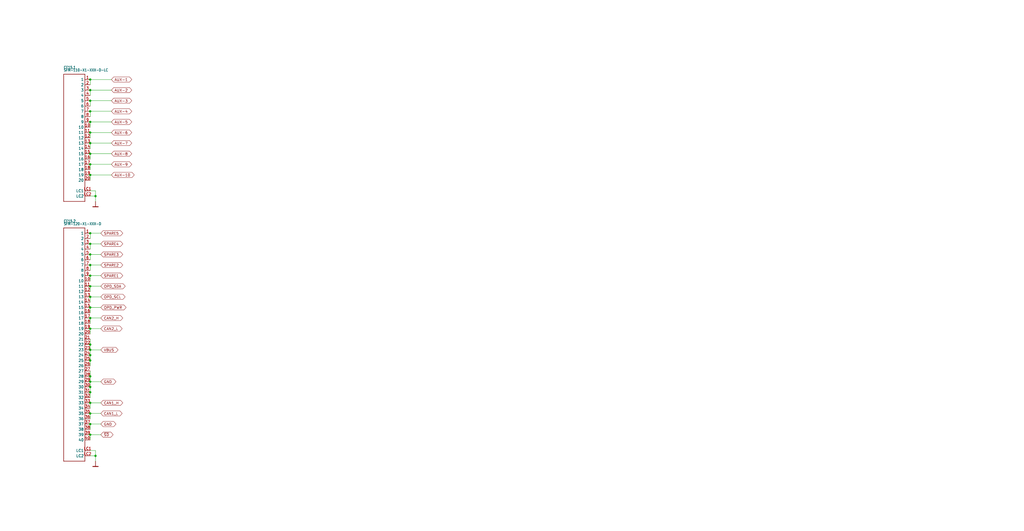
<source format=kicad_sch>
(kicad_sch (version 20211123) (generator eeschema)
  (paper "User" 490.22 254.406)
  (lib_symbols
    (symbol "oresat-backplane-2u-eagle-import:GND" (power)
      (symbol "GND_1_0"
        (polyline (pts (xy -1.27 -2.54) (xy 1.27 -2.54)) (stroke (width 0.4064)))
        (pin power_in line (at 0 0 270) (length 2.54) (name "GND") (number "1"))
      )
    )
    (symbol "oresat-backplane-2u-eagle-import:SFM-110-X1-XXX-D-LC"
      (property "Reference" "CF" (at -2.54 33.02 0))
      (property "Value" "SFM-110-X1-XXX-D-LC" (at -2.54 31.75 0))
      (symbol "SFM-110-X1-XXX-D-LC_1_0"
        (polyline (pts (xy -2.54 -30.48) (xy -2.54 30.48)) (stroke (width 0.254)))
        (polyline (pts (xy -2.54 30.48) (xy 7.62 30.48)) (stroke (width 0.254)))
        (polyline (pts (xy 7.62 -30.48) (xy -2.54 -30.48)) (stroke (width 0.254)))
        (polyline (pts (xy 7.62 30.48) (xy 7.62 -30.48)) (stroke (width 0.254)))
        (pin passive line (at 10.16 27.94 180) (length 2.54) (name "1") (number "1"))
        (pin passive line (at 10.16 5.08 180) (length 2.54) (name "10") (number "10"))
        (pin passive line (at 10.16 2.54 180) (length 2.54) (name "11") (number "11"))
        (pin passive line (at 10.16 0 180) (length 2.54) (name "12") (number "12"))
        (pin passive line (at 10.16 -2.54 180) (length 2.54) (name "13") (number "13"))
        (pin passive line (at 10.16 -5.08 180) (length 2.54) (name "14") (number "14"))
        (pin passive line (at 10.16 -7.62 180) (length 2.54) (name "15") (number "15"))
        (pin passive line (at 10.16 -10.16 180) (length 2.54) (name "16") (number "16"))
        (pin passive line (at 10.16 -12.7 180) (length 2.54) (name "17") (number "17"))
        (pin passive line (at 10.16 -15.24 180) (length 2.54) (name "18") (number "18"))
        (pin passive line (at 10.16 -17.78 180) (length 2.54) (name "19") (number "19"))
        (pin passive line (at 10.16 25.4 180) (length 2.54) (name "2") (number "2"))
        (pin passive line (at 10.16 -20.32 180) (length 2.54) (name "20") (number "20"))
        (pin passive line (at 10.16 22.86 180) (length 2.54) (name "3") (number "3"))
        (pin passive line (at 10.16 20.32 180) (length 2.54) (name "4") (number "4"))
        (pin passive line (at 10.16 17.78 180) (length 2.54) (name "5") (number "5"))
        (pin passive line (at 10.16 15.24 180) (length 2.54) (name "6") (number "6"))
        (pin passive line (at 10.16 12.7 180) (length 2.54) (name "7") (number "7"))
        (pin passive line (at 10.16 10.16 180) (length 2.54) (name "8") (number "8"))
        (pin passive line (at 10.16 7.62 180) (length 2.54) (name "9") (number "9"))
        (pin passive line (at 10.16 -25.4 180) (length 2.54) (name "LC1") (number "LC1"))
        (pin passive line (at 10.16 -27.94 180) (length 2.54) (name "LC2") (number "LC2"))
      )
    )
    (symbol "oresat-backplane-2u-eagle-import:SFM-120-X1-XXX-D"
      (property "Reference" "J" (at -2.54 50.8 0))
      (property "Value" "SFM-120-X1-XXX-D" (at -2.54 49.53 0))
      (symbol "SFM-120-X1-XXX-D_1_0"
        (polyline (pts (xy -2.54 -63.5) (xy -2.54 48.26)) (stroke (width 0.254)))
        (polyline (pts (xy -2.54 48.26) (xy 7.62 48.26)) (stroke (width 0.254)))
        (polyline (pts (xy 7.62 -63.5) (xy -2.54 -63.5)) (stroke (width 0.254)))
        (polyline (pts (xy 7.62 48.26) (xy 7.62 -63.5)) (stroke (width 0.254)))
        (pin passive line (at 10.16 45.72 180) (length 2.54) (name "1") (number "1"))
        (pin passive line (at 10.16 22.86 180) (length 2.54) (name "10") (number "10"))
        (pin passive line (at 10.16 20.32 180) (length 2.54) (name "11") (number "11"))
        (pin passive line (at 10.16 17.78 180) (length 2.54) (name "12") (number "12"))
        (pin passive line (at 10.16 15.24 180) (length 2.54) (name "13") (number "13"))
        (pin passive line (at 10.16 12.7 180) (length 2.54) (name "14") (number "14"))
        (pin passive line (at 10.16 10.16 180) (length 2.54) (name "15") (number "15"))
        (pin passive line (at 10.16 7.62 180) (length 2.54) (name "16") (number "16"))
        (pin passive line (at 10.16 5.08 180) (length 2.54) (name "17") (number "17"))
        (pin passive line (at 10.16 2.54 180) (length 2.54) (name "18") (number "18"))
        (pin passive line (at 10.16 0 180) (length 2.54) (name "19") (number "19"))
        (pin passive line (at 10.16 43.18 180) (length 2.54) (name "2") (number "2"))
        (pin passive line (at 10.16 -2.54 180) (length 2.54) (name "20") (number "20"))
        (pin passive line (at 10.16 -5.08 180) (length 2.54) (name "21") (number "21"))
        (pin passive line (at 10.16 -7.62 180) (length 2.54) (name "22") (number "22"))
        (pin passive line (at 10.16 -10.16 180) (length 2.54) (name "23") (number "23"))
        (pin passive line (at 10.16 -12.7 180) (length 2.54) (name "24") (number "24"))
        (pin passive line (at 10.16 -15.24 180) (length 2.54) (name "25") (number "25"))
        (pin passive line (at 10.16 -17.78 180) (length 2.54) (name "26") (number "26"))
        (pin passive line (at 10.16 -20.32 180) (length 2.54) (name "27") (number "27"))
        (pin passive line (at 10.16 -22.86 180) (length 2.54) (name "28") (number "28"))
        (pin passive line (at 10.16 -25.4 180) (length 2.54) (name "29") (number "29"))
        (pin passive line (at 10.16 40.64 180) (length 2.54) (name "3") (number "3"))
        (pin passive line (at 10.16 -27.94 180) (length 2.54) (name "30") (number "30"))
        (pin passive line (at 10.16 -30.48 180) (length 2.54) (name "31") (number "31"))
        (pin passive line (at 10.16 -33.02 180) (length 2.54) (name "32") (number "32"))
        (pin passive line (at 10.16 -35.56 180) (length 2.54) (name "33") (number "33"))
        (pin passive line (at 10.16 -38.1 180) (length 2.54) (name "34") (number "34"))
        (pin passive line (at 10.16 -40.64 180) (length 2.54) (name "35") (number "35"))
        (pin passive line (at 10.16 -43.18 180) (length 2.54) (name "36") (number "36"))
        (pin passive line (at 10.16 -45.72 180) (length 2.54) (name "37") (number "37"))
        (pin passive line (at 10.16 -48.26 180) (length 2.54) (name "38") (number "38"))
        (pin passive line (at 10.16 -50.8 180) (length 2.54) (name "39") (number "39"))
        (pin passive line (at 10.16 38.1 180) (length 2.54) (name "4") (number "4"))
        (pin passive line (at 10.16 -53.34 180) (length 2.54) (name "40") (number "40"))
        (pin passive line (at 10.16 35.56 180) (length 2.54) (name "5") (number "5"))
        (pin passive line (at 10.16 33.02 180) (length 2.54) (name "6") (number "6"))
        (pin passive line (at 10.16 30.48 180) (length 2.54) (name "7") (number "7"))
        (pin passive line (at 10.16 27.94 180) (length 2.54) (name "8") (number "8"))
        (pin passive line (at 10.16 25.4 180) (length 2.54) (name "9") (number "9"))
        (pin passive line (at 10.16 -58.42 180) (length 2.54) (name "LC1") (number "LC1"))
        (pin passive line (at 10.16 -60.96 180) (length 2.54) (name "LC2") (number "LC2"))
      )
    )
  )
  (junction (at 43.18 180.34))
  (junction (at 43.18 193.04))
  (junction (at 45.72 218.44))
  (junction (at 43.18 127))
  (junction (at 43.18 68.58))
  (junction (at 43.18 167.64))
  (junction (at 43.18 182.88))
  (junction (at 43.18 165.1))
  (junction (at 43.18 121.92))
  (junction (at 43.18 63.5))
  (junction (at 43.18 203.2))
  (junction (at 43.18 38.1))
  (junction (at 43.18 132.08))
  (junction (at 45.72 93.98))
  (junction (at 43.18 73.66))
  (junction (at 43.18 48.26))
  (junction (at 43.18 208.28))
  (junction (at 43.18 53.34))
  (junction (at 43.18 152.4))
  (junction (at 43.18 137.16))
  (junction (at 43.18 58.42))
  (junction (at 43.18 142.24))
  (junction (at 43.18 157.48))
  (junction (at 43.18 187.96))
  (junction (at 43.18 185.42))
  (junction (at 43.18 116.84))
  (junction (at 43.18 83.82))
  (junction (at 43.18 111.76))
  (junction (at 43.18 43.18))
  (junction (at 43.18 198.12))
  (junction (at 43.18 147.32))
  (junction (at 43.18 172.72))
  (junction (at 43.18 170.18))
  (junction (at 43.18 78.74))
  (wire (pts (xy 43.18 38.1) (xy 53.34 38.1)))
  (wire (pts (xy 43.18 63.5) (xy 43.18 66.04)))
  (wire (pts (xy 48.26 157.48) (xy 43.18 157.48)))
  (wire (pts (xy 43.18 48.26) (xy 53.34 48.26)))
  (wire (pts (xy 43.18 167.64) (xy 43.18 165.1)))
  (wire (pts (xy 43.18 116.84) (xy 48.26 116.84)))
  (wire (pts (xy 45.72 218.44) (xy 45.72 220.98)))
  (wire (pts (xy 43.18 48.26) (xy 43.18 50.8)))
  (wire (pts (xy 43.18 157.48) (xy 43.18 160.02)))
  (wire (pts (xy 48.26 142.24) (xy 43.18 142.24)))
  (wire (pts (xy 45.72 96.52) (xy 45.72 93.98)))
  (wire (pts (xy 48.26 198.12) (xy 43.18 198.12)))
  (wire (pts (xy 43.18 127) (xy 43.18 129.54)))
  (wire (pts (xy 43.18 73.66) (xy 53.34 73.66)))
  (wire (pts (xy 43.18 121.92) (xy 48.26 121.92)))
  (wire (pts (xy 48.26 152.4) (xy 43.18 152.4)))
  (wire (pts (xy 43.18 132.08) (xy 43.18 134.62)))
  (wire (pts (xy 43.18 43.18) (xy 53.34 43.18)))
  (wire (pts (xy 43.18 53.34) (xy 53.34 53.34)))
  (wire (pts (xy 43.18 38.1) (xy 43.18 40.64)))
  (wire (pts (xy 48.26 208.28) (xy 43.18 208.28)))
  (wire (pts (xy 43.18 182.88) (xy 43.18 185.42)))
  (wire (pts (xy 45.72 93.98) (xy 45.72 91.44)))
  (wire (pts (xy 43.18 208.28) (xy 43.18 210.82)))
  (wire (pts (xy 43.18 170.18) (xy 43.18 172.72)))
  (wire (pts (xy 43.18 78.74) (xy 43.18 81.28)))
  (wire (pts (xy 43.18 53.34) (xy 43.18 55.88)))
  (wire (pts (xy 43.18 198.12) (xy 43.18 200.66)))
  (wire (pts (xy 43.18 187.96) (xy 43.18 190.5)))
  (wire (pts (xy 43.18 83.82) (xy 43.18 86.36)))
  (wire (pts (xy 48.26 193.04) (xy 43.18 193.04)))
  (wire (pts (xy 48.26 132.08) (xy 43.18 132.08)))
  (wire (pts (xy 43.18 182.88) (xy 43.18 180.34)))
  (wire (pts (xy 48.26 137.16) (xy 43.18 137.16)))
  (wire (pts (xy 43.18 63.5) (xy 53.34 63.5)))
  (wire (pts (xy 45.72 91.44) (xy 43.18 91.44)))
  (wire (pts (xy 43.18 121.92) (xy 43.18 124.46)))
  (wire (pts (xy 48.26 203.2) (xy 43.18 203.2)))
  (wire (pts (xy 43.18 147.32) (xy 43.18 149.86)))
  (wire (pts (xy 43.18 142.24) (xy 43.18 144.78)))
  (wire (pts (xy 43.18 111.76) (xy 48.26 111.76)))
  (wire (pts (xy 45.72 215.9) (xy 45.72 218.44)))
  (wire (pts (xy 43.18 78.74) (xy 53.34 78.74)))
  (wire (pts (xy 45.72 93.98) (xy 43.18 93.98)))
  (wire (pts (xy 48.26 167.64) (xy 43.18 167.64)))
  (wire (pts (xy 43.18 167.64) (xy 43.18 170.18)))
  (wire (pts (xy 43.18 137.16) (xy 43.18 139.7)))
  (wire (pts (xy 43.18 152.4) (xy 43.18 154.94)))
  (wire (pts (xy 48.26 147.32) (xy 43.18 147.32)))
  (wire (pts (xy 43.18 43.18) (xy 43.18 45.72)))
  (wire (pts (xy 43.18 68.58) (xy 43.18 71.12)))
  (wire (pts (xy 43.18 185.42) (xy 43.18 187.96)))
  (wire (pts (xy 48.26 127) (xy 43.18 127)))
  (wire (pts (xy 43.18 83.82) (xy 53.34 83.82)))
  (wire (pts (xy 43.18 68.58) (xy 53.34 68.58)))
  (wire (pts (xy 43.18 116.84) (xy 43.18 119.38)))
  (wire (pts (xy 43.18 73.66) (xy 43.18 76.2)))
  (wire (pts (xy 43.18 193.04) (xy 43.18 195.58)))
  (wire (pts (xy 48.26 182.88) (xy 43.18 182.88)))
  (wire (pts (xy 43.18 180.34) (xy 43.18 177.8)))
  (wire (pts (xy 43.18 203.2) (xy 43.18 205.74)))
  (wire (pts (xy 43.18 111.76) (xy 43.18 114.3)))
  (wire (pts (xy 43.18 58.42) (xy 43.18 60.96)))
  (wire (pts (xy 43.18 165.1) (xy 43.18 162.56)))
  (wire (pts (xy 43.18 58.42) (xy 53.34 58.42)))
  (wire (pts (xy 43.18 172.72) (xy 43.18 175.26)))
  (wire (pts (xy 43.18 215.9) (xy 45.72 215.9)))
  (wire (pts (xy 43.18 218.44) (xy 45.72 218.44)))
  (global_label "CAN2_L" (shape bidirectional) (at 48.26 157.48 0) (effects (font (size 1.2446 1.2446))) (property "Intersheet References" "${INTERSHEET_REFS}" (effects hide)))
  (global_label "AUX-2" (shape bidirectional) (at 53.34 43.18 0) (effects (font (size 1.2446 1.2446))) (property "Intersheet References" "${INTERSHEET_REFS}" (effects hide)))
  (global_label "SPARE2" (shape bidirectional) (at 48.26 127 0) (effects (font (size 1.2446 1.2446))) (property "Intersheet References" "${INTERSHEET_REFS}" (effects hide)))
  (global_label "OPD_SDA" (shape bidirectional) (at 48.26 137.16 0) (effects (font (size 1.2446 1.2446))) (property "Intersheet References" "${INTERSHEET_REFS}" (effects hide)))
  (global_label "OPD_SCL" (shape bidirectional) (at 48.26 142.24 0) (effects (font (size 1.2446 1.2446))) (property "Intersheet References" "${INTERSHEET_REFS}" (effects hide)))
  (global_label "CAN1_H" (shape bidirectional) (at 48.26 193.04 0) (effects (font (size 1.2446 1.2446))) (property "Intersheet References" "${INTERSHEET_REFS}" (effects hide)))
  (global_label "AUX-3" (shape bidirectional) (at 53.34 48.26 0) (effects (font (size 1.2446 1.2446))) (property "Intersheet References" "${INTERSHEET_REFS}" (effects hide)))
  (global_label "OPD_PWR" (shape bidirectional) (at 48.26 147.32 0) (effects (font (size 1.2446 1.2446))) (property "Intersheet References" "${INTERSHEET_REFS}" (effects hide)))
  (global_label "AUX-7" (shape bidirectional) (at 53.34 68.58 0) (effects (font (size 1.2446 1.2446))) (property "Intersheet References" "${INTERSHEET_REFS}" (effects hide)))
  (global_label "VBUS" (shape bidirectional) (at 48.26 167.64 0) (effects (font (size 1.2446 1.2446))) (property "Intersheet References" "${INTERSHEET_REFS}" (effects hide)))
  (global_label "AUX-9" (shape bidirectional) (at 53.34 78.74 0) (effects (font (size 1.2446 1.2446))) (property "Intersheet References" "${INTERSHEET_REFS}" (effects hide)))
  (global_label "SPARE4" (shape bidirectional) (at 48.26 116.84 0) (effects (font (size 1.2446 1.2446))) (property "Intersheet References" "${INTERSHEET_REFS}" (effects hide)))
  (global_label "GND" (shape bidirectional) (at 48.26 203.2 0) (effects (font (size 1.2446 1.2446))) (property "Intersheet References" "${INTERSHEET_REFS}" (effects hide)))
  (global_label "AUX-8" (shape bidirectional) (at 53.34 73.66 0) (effects (font (size 1.2446 1.2446))) (property "Intersheet References" "${INTERSHEET_REFS}" (effects hide)))
  (global_label "GND" (shape bidirectional) (at 48.26 182.88 0) (effects (font (size 1.2446 1.2446))) (property "Intersheet References" "${INTERSHEET_REFS}" (effects hide)))
  (global_label "SPARE5" (shape bidirectional) (at 48.26 111.76 0) (effects (font (size 1.2446 1.2446))) (property "Intersheet References" "${INTERSHEET_REFS}" (effects hide)))
  (global_label "CAN2_H" (shape bidirectional) (at 48.26 152.4 0) (effects (font (size 1.2446 1.2446))) (property "Intersheet References" "${INTERSHEET_REFS}" (effects hide)))
  (global_label "CAN1_L" (shape bidirectional) (at 48.26 198.12 0) (effects (font (size 1.2446 1.2446))) (property "Intersheet References" "${INTERSHEET_REFS}" (effects hide)))
  (global_label "AUX-10" (shape bidirectional) (at 53.34 83.82 0) (effects (font (size 1.2446 1.2446))) (property "Intersheet References" "${INTERSHEET_REFS}" (effects hide)))
  (global_label "SPARE1" (shape bidirectional) (at 48.26 132.08 0) (effects (font (size 1.2446 1.2446))) (property "Intersheet References" "${INTERSHEET_REFS}" (effects hide)))
  (global_label "AUX-5" (shape bidirectional) (at 53.34 58.42 0) (effects (font (size 1.2446 1.2446))) (property "Intersheet References" "${INTERSHEET_REFS}" (effects hide)))
  (global_label "AUX-1" (shape bidirectional) (at 53.34 38.1 0) (effects (font (size 1.2446 1.2446))) (property "Intersheet References" "${INTERSHEET_REFS}" (effects hide)))
  (global_label "~{SD}" (shape bidirectional) (at 48.26 208.28 0) (effects (font (size 1.2446 1.2446))) (property "Intersheet References" "${INTERSHEET_REFS}" (effects hide)))
  (global_label "SPARE3" (shape bidirectional) (at 48.26 121.92 0) (effects (font (size 1.2446 1.2446))) (property "Intersheet References" "${INTERSHEET_REFS}" (effects hide)))
  (global_label "AUX-6" (shape bidirectional) (at 53.34 63.5 0) (effects (font (size 1.2446 1.2446))) (property "Intersheet References" "${INTERSHEET_REFS}" (effects hide)))
  (global_label "AUX-4" (shape bidirectional) (at 53.34 53.34 0) (effects (font (size 1.2446 1.2446))) (property "Intersheet References" "${INTERSHEET_REFS}" (effects hide)))
  (symbol (lib_id "oresat-backplane-2u-eagle-import:SFM-110-X1-XXX-D-LC") (at 33.02 66.04 0) (unit 1)
    (property "Reference" "CF15.1" (at 30.48 33.02 0) (effects (font (size 1.27 1.0795)) (justify left bottom)))
    (property "Value" "SFM-110-X1-XXX-D-LC" (at 30.48 34.29 0) (effects (font (size 1.27 1.0795)) (justify left bottom)))
    (property "Footprint" "oresat-backplane-2u:SFM-110-X1-XXX-D-LC" (effects hide))
  )
  (symbol (lib_id "oresat-backplane-2u-eagle-import:GND") (at 45.72 220.98 0) (unit 1)
    (property "Reference" "#GND031" (effects hide))
    (property "Value" "GND" (effects hide))
    (property "Footprint" "oresat-backplane-2u:" (effects hide))
  )
  (symbol (lib_id "oresat-backplane-2u-eagle-import:GND") (at 45.72 96.52 0) (unit 1)
    (property "Reference" "#GND035" (effects hide))
    (property "Value" "GND" (effects hide))
    (property "Footprint" "oresat-backplane-2u:" (effects hide))
  )
  (symbol (lib_id "oresat-backplane-2u-eagle-import:SFM-120-X1-XXX-D") (at 33.02 157.48 0) (unit 1)
    (property "Reference" "CF15.2" (at 30.48 106.68 0) (effects (font (size 1.27 1.0795)) (justify left bottom)))
    (property "Value" "SFM-120-X1-XXX-D" (at 30.48 107.95 0) (effects (font (size 1.27 1.0795)) (justify left bottom)))
    (property "Footprint" "oresat-backplane-2u:SFM-120-X1-XXX-D" (effects hide))
  )
)
</source>
